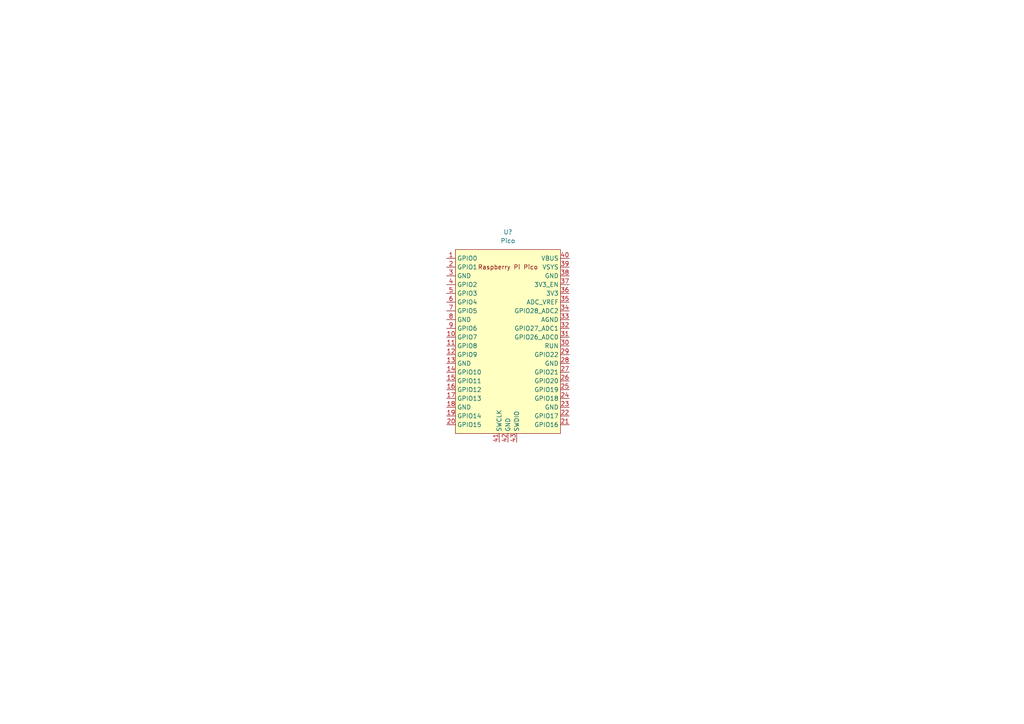
<source format=kicad_sch>
(kicad_sch (version 20211123) (generator eeschema)
  (paper "A4")
  (title_block (title "Poppy Logic Controller - IO Board") (date "2022-04-01") (rev "Unreleased") (comment 3 "MCU for initial use of the IO-Board") (comment 4 "Raspberry Pi Pico MCU"))
  (lib_symbols
    (symbol "RPi_Pico:Pico"
      (property "Reference" "U" (at -13.97 27.94 0))
      (property "Value" "Pico" (at 0 19.05 0))
      (symbol "Pico_0_0"
        (text "Raspberry Pi Pico" (at 0 21.59 0) (effects (font (size 1.27 1.27))))
      )
      (symbol "Pico_0_1"
        (rectangle (start -15.24 26.67) (end 15.24 -26.67) (fill (type background)))
      )
      (symbol "Pico_1_1"
        (pin bidirectional line (at -17.78 24.13 0) (length 2.54) (name "GPIO0") (number "1"))
        (pin bidirectional line (at -17.78 1.27 0) (length 2.54) (name "GPIO7") (number "10"))
        (pin bidirectional line (at -17.78 -1.27 0) (length 2.54) (name "GPIO8") (number "11"))
        (pin bidirectional line (at -17.78 -3.81 0) (length 2.54) (name "GPIO9") (number "12"))
        (pin power_in line (at -17.78 -6.35 0) (length 2.54) (name "GND") (number "13"))
        (pin bidirectional line (at -17.78 -8.89 0) (length 2.54) (name "GPIO10") (number "14"))
        (pin bidirectional line (at -17.78 -11.43 0) (length 2.54) (name "GPIO11") (number "15"))
        (pin bidirectional line (at -17.78 -13.97 0) (length 2.54) (name "GPIO12") (number "16"))
        (pin bidirectional line (at -17.78 -16.51 0) (length 2.54) (name "GPIO13") (number "17"))
        (pin power_in line (at -17.78 -19.05 0) (length 2.54) (name "GND") (number "18"))
        (pin bidirectional line (at -17.78 -21.59 0) (length 2.54) (name "GPIO14") (number "19"))
        (pin bidirectional line (at -17.78 21.59 0) (length 2.54) (name "GPIO1") (number "2"))
        (pin bidirectional line (at -17.78 -24.13 0) (length 2.54) (name "GPIO15") (number "20"))
        (pin bidirectional line (at 17.78 -24.13 180) (length 2.54) (name "GPIO16") (number "21"))
        (pin bidirectional line (at 17.78 -21.59 180) (length 2.54) (name "GPIO17") (number "22"))
        (pin power_in line (at 17.78 -19.05 180) (length 2.54) (name "GND") (number "23"))
        (pin bidirectional line (at 17.78 -16.51 180) (length 2.54) (name "GPIO18") (number "24"))
        (pin bidirectional line (at 17.78 -13.97 180) (length 2.54) (name "GPIO19") (number "25"))
        (pin bidirectional line (at 17.78 -11.43 180) (length 2.54) (name "GPIO20") (number "26"))
        (pin bidirectional line (at 17.78 -8.89 180) (length 2.54) (name "GPIO21") (number "27"))
        (pin power_in line (at 17.78 -6.35 180) (length 2.54) (name "GND") (number "28"))
        (pin bidirectional line (at 17.78 -3.81 180) (length 2.54) (name "GPIO22") (number "29"))
        (pin power_in line (at -17.78 19.05 0) (length 2.54) (name "GND") (number "3"))
        (pin input line (at 17.78 -1.27 180) (length 2.54) (name "RUN") (number "30"))
        (pin bidirectional line (at 17.78 1.27 180) (length 2.54) (name "GPIO26_ADC0") (number "31"))
        (pin bidirectional line (at 17.78 3.81 180) (length 2.54) (name "GPIO27_ADC1") (number "32"))
        (pin power_in line (at 17.78 6.35 180) (length 2.54) (name "AGND") (number "33"))
        (pin bidirectional line (at 17.78 8.89 180) (length 2.54) (name "GPIO28_ADC2") (number "34"))
        (pin power_in line (at 17.78 11.43 180) (length 2.54) (name "ADC_VREF") (number "35"))
        (pin power_in line (at 17.78 13.97 180) (length 2.54) (name "3V3") (number "36"))
        (pin input line (at 17.78 16.51 180) (length 2.54) (name "3V3_EN") (number "37"))
        (pin bidirectional line (at 17.78 19.05 180) (length 2.54) (name "GND") (number "38"))
        (pin power_in line (at 17.78 21.59 180) (length 2.54) (name "VSYS") (number "39"))
        (pin bidirectional line (at -17.78 16.51 0) (length 2.54) (name "GPIO2") (number "4"))
        (pin power_in line (at 17.78 24.13 180) (length 2.54) (name "VBUS") (number "40"))
        (pin input line (at -2.54 -29.21 90) (length 2.54) (name "SWCLK") (number "41"))
        (pin power_in line (at 0 -29.21 90) (length 2.54) (name "GND") (number "42"))
        (pin bidirectional line (at 2.54 -29.21 90) (length 2.54) (name "SWDIO") (number "43"))
        (pin bidirectional line (at -17.78 13.97 0) (length 2.54) (name "GPIO3") (number "5"))
        (pin bidirectional line (at -17.78 11.43 0) (length 2.54) (name "GPIO4") (number "6"))
        (pin bidirectional line (at -17.78 8.89 0) (length 2.54) (name "GPIO5") (number "7"))
        (pin power_in line (at -17.78 6.35 0) (length 2.54) (name "GND") (number "8"))
        (pin bidirectional line (at -17.78 3.81 0) (length 2.54) (name "GPIO6") (number "9"))
      )
    )
  )
  (symbol (lib_id "RPi_Pico:Pico") (at 147.32 99.06 0) (unit 1)
    (property "Reference" "U?" (at 147.32 67.31 0))
    (property "Value" "Pico" (at 147.32 69.85 0))
    (property "Footprint" "RPi_Pico:RPi_Pico_SMD_TH" (effects hide))
  )
)
</source>
